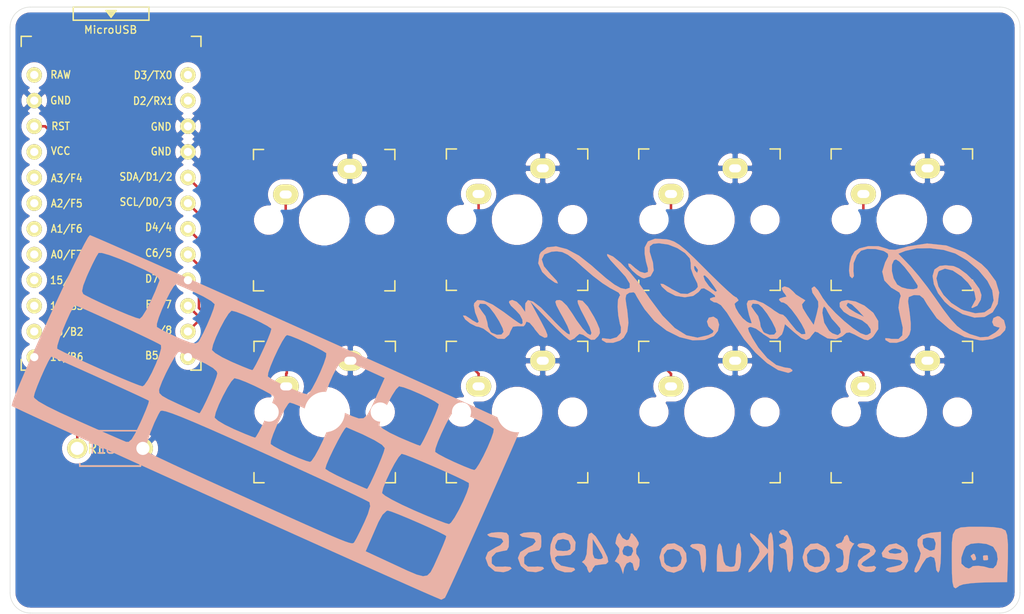
<source format=kicad_pcb>
(kicad_pcb (version 20171130) (host pcbnew "(5.1.0)-1")
  (layers (0 F.Cu signal) (31 B.Cu signal) (34 B.Paste user) (35 F.Paste user) (36 B.SilkS user) (37 F.SilkS user) (38 B.Mask user) (39 F.Mask user) (44 Edge.Cuts user))
  (net 0 "")
  (net 1 "Net-(SW1-Pad2)")
  (net 2 GND)
  (net 3 "Net-(SW2-Pad1)")
  (net 4 "Net-(SW3-Pad1)")
  (net 5 "Net-(SW4-Pad1)")
  (net 6 "Net-(SW5-Pad1)")
  (net 7 "Net-(SW6-Pad1)")
  (net 8 "Net-(SW7-Pad1)")
  (net 9 "Net-(SW8-Pad1)")
  (net 10 "Net-(U1-Pad1)")
  (net 11 "Net-(U1-Pad2)")
  (net 12 "Net-(U1-Pad13)")
  (net 13 "Net-(U1-Pad14)")
  (net 14 "Net-(U1-Pad15)")
  (net 15 "Net-(U1-Pad16)")
  (net 16 "Net-(U1-Pad17)")
  (net 17 "Net-(U1-Pad18)")
  (net 18 "Net-(U1-Pad19)")
  (net 19 "Net-(U1-Pad20)")
  (net 20 VCC)
  (net 21 "Net-(U1-Pad24)")
  (net 22 "Net-(SW9-Pad1)")
  (module meishi:meishikbd (layer B.Cu) (at 90.2 79 180)
    (fp_text reference G*** hide)
    (fp_text value LOGO hide)
  )
  (module kbd:CherryMX_1u (layer F.Cu) (at 71.15 90.1)
    (fp_text reference SW3 hide)
    (fp_text value SW_PUSH hide)
    (pad 1 thru_hole oval (at -3.81 -2.54) (size 2.5 2) (drill oval 1.2 0.8) (layers *.Cu F.SilkS B.Mask) (net 4 "Net-(SW3-Pad1)"))
    (pad 2 thru_hole oval (at 2.54 -5.08) (size 2.5 2) (drill oval 1.2 0.8) (layers *.Cu F.SilkS B.Mask) (net 2 GND))
    (pad "" np_thru_hole circle (at 5.5 0 90) (size 1.9 1.9) (drill 1.9) (layers *.Cu *.Mask))
    (pad "" np_thru_hole circle (at -5.5 0 90) (size 1.9 1.9) (drill 1.9) (layers *.Cu *.Mask))
    (pad "" np_thru_hole circle (at 0 0 90) (size 4 4) (drill 4) (layers *.Cu *.Mask))
  )
  (module kbd:CherryMX_1u (layer F.Cu) (at 90.2 71.05)
    (fp_text reference SW4 hide)
    (fp_text value SW_PUSH hide)
    (pad 1 thru_hole oval (at -3.81 -2.54) (size 2.5 2) (drill oval 1.2 0.8) (layers *.Cu F.SilkS B.Mask) (net 5 "Net-(SW4-Pad1)"))
    (pad 2 thru_hole oval (at 2.54 -5.08) (size 2.5 2) (drill oval 1.2 0.8) (layers *.Cu F.SilkS B.Mask) (net 2 GND))
    (pad "" np_thru_hole circle (at 5.5 0 90) (size 1.9 1.9) (drill 1.9) (layers *.Cu *.Mask))
    (pad "" np_thru_hole circle (at -5.5 0 90) (size 1.9 1.9) (drill 1.9) (layers *.Cu *.Mask))
    (pad "" np_thru_hole circle (at 0 0 90) (size 4 4) (drill 4) (layers *.Cu *.Mask))
  )
  (module kbd:CherryMX_1u (layer F.Cu) (at 90.2 90.1)
    (fp_text reference SW5 hide)
    (fp_text value SW_PUSH hide)
    (pad "" np_thru_hole circle (at 0 0 90) (size 4 4) (drill 4) (layers *.Cu *.Mask))
    (pad "" np_thru_hole circle (at -5.5 0 90) (size 1.9 1.9) (drill 1.9) (layers *.Cu *.Mask))
    (pad "" np_thru_hole circle (at 5.5 0 90) (size 1.9 1.9) (drill 1.9) (layers *.Cu *.Mask))
    (pad 2 thru_hole oval (at 2.54 -5.08) (size 2.5 2) (drill oval 1.2 0.8) (layers *.Cu F.SilkS B.Mask) (net 2 GND))
    (pad 1 thru_hole oval (at -3.81 -2.54) (size 2.5 2) (drill oval 1.2 0.8) (layers *.Cu F.SilkS B.Mask) (net 6 "Net-(SW5-Pad1)"))
  )
  (module kbd:CherryMX_1u (layer F.Cu) (at 109.25 71.05)
    (fp_text reference SW6 hide)
    (fp_text value SW_PUSH hide)
    (pad 1 thru_hole oval (at -3.81 -2.54) (size 2.5 2) (drill oval 1.2 0.8) (layers *.Cu F.SilkS B.Mask) (net 7 "Net-(SW6-Pad1)"))
    (pad 2 thru_hole oval (at 2.54 -5.08) (size 2.5 2) (drill oval 1.2 0.8) (layers *.Cu F.SilkS B.Mask) (net 2 GND))
    (pad "" np_thru_hole circle (at 5.5 0 90) (size 1.9 1.9) (drill 1.9) (layers *.Cu *.Mask))
    (pad "" np_thru_hole circle (at -5.5 0 90) (size 1.9 1.9) (drill 1.9) (layers *.Cu *.Mask))
    (pad "" np_thru_hole circle (at 0 0 90) (size 4 4) (drill 4) (layers *.Cu *.Mask))
  )
  (module kbd:CherryMX_1u (layer F.Cu) (at 109.25 90.1)
    (fp_text reference SW7 hide)
    (fp_text value SW_PUSH hide)
    (pad 1 thru_hole oval (at -3.81 -2.54) (size 2.5 2) (drill oval 1.2 0.8) (layers *.Cu F.SilkS B.Mask) (net 8 "Net-(SW7-Pad1)"))
    (pad 2 thru_hole oval (at 2.54 -5.08) (size 2.5 2) (drill oval 1.2 0.8) (layers *.Cu F.SilkS B.Mask) (net 2 GND))
    (pad "" np_thru_hole circle (at 5.5 0 90) (size 1.9 1.9) (drill 1.9) (layers *.Cu *.Mask))
    (pad "" np_thru_hole circle (at -5.5 0 90) (size 1.9 1.9) (drill 1.9) (layers *.Cu *.Mask))
    (pad "" np_thru_hole circle (at 0 0 90) (size 4 4) (drill 4) (layers *.Cu *.Mask))
  )
  (module kbd:CherryMX_1u (layer F.Cu) (at 128.3 71.05)
    (fp_text reference SW8 hide)
    (fp_text value SW_PUSH hide)
    (pad 1 thru_hole oval (at -3.81 -2.54) (size 2.5 2) (drill oval 1.2 0.8) (layers *.Cu F.SilkS B.Mask) (net 9 "Net-(SW8-Pad1)"))
    (pad 2 thru_hole oval (at 2.54 -5.08) (size 2.5 2) (drill oval 1.2 0.8) (layers *.Cu F.SilkS B.Mask) (net 2 GND))
    (pad "" np_thru_hole circle (at 5.5 0 90) (size 1.9 1.9) (drill 1.9) (layers *.Cu *.Mask))
    (pad "" np_thru_hole circle (at -5.5 0 90) (size 1.9 1.9) (drill 1.9) (layers *.Cu *.Mask))
    (pad "" np_thru_hole circle (at 0 0 90) (size 4 4) (drill 4) (layers *.Cu *.Mask))
  )
  (module kbd:CherryMX_1u (layer F.Cu) (at 128.3 90.1)
    (fp_text reference SW9 hide)
    (fp_text value SW_PUSH hide)
    (pad "" np_thru_hole circle (at 0 0 90) (size 4 4) (drill 4) (layers *.Cu *.Mask))
    (pad "" np_thru_hole circle (at -5.5 0 90) (size 1.9 1.9) (drill 1.9) (layers *.Cu *.Mask))
    (pad "" np_thru_hole circle (at 5.5 0 90) (size 1.9 1.9) (drill 1.9) (layers *.Cu *.Mask))
    (pad 2 thru_hole oval (at 2.54 -5.08) (size 2.5 2) (drill oval 1.2 0.8) (layers *.Cu F.SilkS B.Mask) (net 2 GND))
    (pad 1 thru_hole oval (at -3.81 -2.54) (size 2.5 2) (drill oval 1.2 0.8) (layers *.Cu F.SilkS B.Mask) (net 22 "Net-(SW9-Pad1)"))
  )
  (module kbd:ProMicro_v3 (layer F.Cu) (at 50 71.2)
    (fp_text reference U1 hide)
    (fp_text value ProMicro_r hide)
    (fp_text user MicroUSB (at -0.05 -18.95) (layer F.SilkS) (effects (font (size 0.75 0.75) (thickness 0.12))))
    (fp_text user B4/8 (at 4.705 10.8 unlocked) (layer F.SilkS) (effects (font (size 0.75 0.67) (thickness 0.125))))
    (fp_text user D2/RX1 (at 4.155 -11.9 unlocked) (layer F.SilkS) (effects (font (size 0.75 0.67) (thickness 0.125))))
    (fp_text user B5/9 (at 4.705 13.3 unlocked) (layer F.SilkS) (effects (font (size 0.75 0.67) (thickness 0.125))))
    (fp_text user C6/5 (at 4.705 3.15 unlocked) (layer F.SilkS) (effects (font (size 0.75 0.67) (thickness 0.125))))
    (fp_text user SCL/D0/3 (at 3.455 -1.9 unlocked) (layer F.SilkS) (effects (font (size 0.75 0.67) (thickness 0.125))))
    (fp_text user SDA/D1/2 (at 3.455 -4.4 unlocked) (layer F.SilkS) (effects (font (size 0.75 0.67) (thickness 0.125))))
    (fp_text user D4/4 (at 4.705 0.6 unlocked) (layer F.SilkS) (effects (font (size 0.75 0.67) (thickness 0.125))))
    (fp_text user D3/TX0 (at 4.155 -14.45 unlocked) (layer F.SilkS) (effects (font (size 0.75 0.67) (thickness 0.125))))
    (fp_text user GND (at 4.955 -6.9 unlocked) (layer F.SilkS) (effects (font (size 0.75 0.67) (thickness 0.125))))
    (fp_text user GND (at 4.955 -9.35 unlocked) (layer F.SilkS) (effects (font (size 0.75 0.67) (thickness 0.125))))
    (fp_text user D7/6 (at 4.705 5.7 unlocked) (layer F.SilkS) (effects (font (size 0.75 0.67) (thickness 0.125))))
    (fp_text user E6/7 (at 4.705 8.25 unlocked) (layer F.SilkS) (effects (font (size 0.75 0.67) (thickness 0.125))))
    (fp_text user 16/B2 (at -4.395 10.95 unlocked) (layer F.SilkS) (effects (font (size 0.75 0.67) (thickness 0.125))))
    (fp_text user 10/B6 (at -4.395 13.45 unlocked) (layer F.SilkS) (effects (font (size 0.75 0.67) (thickness 0.125))))
    (fp_text user 14/B3 (at -4.395 8.4 unlocked) (layer F.SilkS) (effects (font (size 0.75 0.67) (thickness 0.125))))
    (fp_text user 15/B1 (at -4.395 5.85 unlocked) (layer F.SilkS) (effects (font (size 0.75 0.67) (thickness 0.125))))
    (fp_text user A0/F7 (at -4.395 3.3 unlocked) (layer F.SilkS) (effects (font (size 0.75 0.67) (thickness 0.125))))
    (fp_text user A1/F6 (at -4.395 0.75 unlocked) (layer F.SilkS) (effects (font (size 0.75 0.67) (thickness 0.125))))
    (fp_text user A2/F5 (at -4.395 -1.75 unlocked) (layer F.SilkS) (effects (font (size 0.75 0.67) (thickness 0.125))))
    (fp_text user A3/F4 (at -4.395 -4.25 unlocked) (layer F.SilkS) (effects (font (size 0.75 0.67) (thickness 0.125))))
    (fp_text user VCC (at -4.995 -6.95 unlocked) (layer F.SilkS) (effects (font (size 0.75 0.67) (thickness 0.125))))
    (fp_text user RST (at -4.995 -9.4 unlocked) (layer F.SilkS) (effects (font (size 0.75 0.67) (thickness 0.125))))
    (fp_text user GND (at -4.995 -11.95 unlocked) (layer F.SilkS) (effects (font (size 0.75 0.67) (thickness 0.125))))
    (fp_text user RAW (at -4.995 -14.5 unlocked) (layer F.SilkS) (effects (font (size 0.75 0.67) (thickness 0.125))))
    (fp_text user "" (at -0.545 -17.4) (layer F.SilkS))
    (fp_text user "" (at -1.2515 -16.256) (layer B.SilkS) (effects (justify mirror)))
    (pad 1 thru_hole circle (at 7.6114 -14.478) (size 1.524 1.524) (drill 0.8128) (layers *.Cu F.SilkS B.Mask) (net 10 "Net-(U1-Pad1)"))
    (pad 2 thru_hole circle (at 7.6114 -11.938) (size 1.524 1.524) (drill 0.8128) (layers *.Cu F.SilkS B.Mask) (net 11 "Net-(U1-Pad2)"))
    (pad 3 thru_hole circle (at 7.6114 -9.398) (size 1.524 1.524) (drill 0.8128) (layers *.Cu F.SilkS B.Mask) (net 2 GND))
    (pad 4 thru_hole circle (at 7.6114 -6.858) (size 1.524 1.524) (drill 0.8128) (layers *.Cu F.SilkS B.Mask) (net 2 GND))
    (pad 5 thru_hole circle (at 7.6114 -4.318) (size 1.524 1.524) (drill 0.8128) (layers *.Cu F.SilkS B.Mask) (net 3 "Net-(SW2-Pad1)"))
    (pad 6 thru_hole circle (at 7.6114 -1.778) (size 1.524 1.524) (drill 0.8128) (layers *.Cu F.SilkS B.Mask) (net 5 "Net-(SW4-Pad1)"))
    (pad 7 thru_hole circle (at 7.6114 0.762) (size 1.524 1.524) (drill 0.8128) (layers *.Cu F.SilkS B.Mask) (net 7 "Net-(SW6-Pad1)"))
    (pad 8 thru_hole circle (at 7.6114 3.302) (size 1.524 1.524) (drill 0.8128) (layers *.Cu F.SilkS B.Mask) (net 9 "Net-(SW8-Pad1)"))
    (pad 9 thru_hole circle (at 7.6114 5.842) (size 1.524 1.524) (drill 0.8128) (layers *.Cu F.SilkS B.Mask) (net 22 "Net-(SW9-Pad1)"))
    (pad 10 thru_hole circle (at 7.6114 8.382) (size 1.524 1.524) (drill 0.8128) (layers *.Cu F.SilkS B.Mask) (net 8 "Net-(SW7-Pad1)"))
    (pad 11 thru_hole circle (at 7.6114 10.922) (size 1.524 1.524) (drill 0.8128) (layers *.Cu F.SilkS B.Mask) (net 6 "Net-(SW5-Pad1)"))
    (pad 12 thru_hole circle (at 7.6114 13.462) (size 1.524 1.524) (drill 0.8128) (layers *.Cu F.SilkS B.Mask) (net 4 "Net-(SW3-Pad1)"))
    (pad 13 thru_hole circle (at -7.6086 13.462) (size 1.524 1.524) (drill 0.8128) (layers *.Cu F.SilkS B.Mask) (net 12 "Net-(U1-Pad13)"))
    (pad 14 thru_hole circle (at -7.6086 10.922) (size 1.524 1.524) (drill 0.8128) (layers *.Cu F.SilkS B.Mask) (net 13 "Net-(U1-Pad14)"))
    (pad 15 thru_hole circle (at -7.6086 8.382) (size 1.524 1.524) (drill 0.8128) (layers *.Cu F.SilkS B.Mask) (net 14 "Net-(U1-Pad15)"))
    (pad 16 thru_hole circle (at -7.6086 5.842) (size 1.524 1.524) (drill 0.8128) (layers *.Cu F.SilkS B.Mask) (net 15 "Net-(U1-Pad16)"))
    (pad 17 thru_hole circle (at -7.6086 3.302) (size 1.524 1.524) (drill 0.8128) (layers *.Cu F.SilkS B.Mask) (net 16 "Net-(U1-Pad17)"))
    (pad 18 thru_hole circle (at -7.6086 0.762) (size 1.524 1.524) (drill 0.8128) (layers *.Cu F.SilkS B.Mask) (net 17 "Net-(U1-Pad18)"))
    (pad 19 thru_hole circle (at -7.6086 -1.778) (size 1.524 1.524) (drill 0.8128) (layers *.Cu F.SilkS B.Mask) (net 18 "Net-(U1-Pad19)"))
    (pad 20 thru_hole circle (at -7.6086 -4.318) (size 1.524 1.524) (drill 0.8128) (layers *.Cu F.SilkS B.Mask) (net 19 "Net-(U1-Pad20)"))
    (pad 21 thru_hole circle (at -7.6086 -6.858) (size 1.524 1.524) (drill 0.8128) (layers *.Cu F.SilkS B.Mask) (net 20 VCC))
    (pad 22 thru_hole circle (at -7.6086 -9.398) (size 1.524 1.524) (drill 0.8128) (layers *.Cu F.SilkS B.Mask) (net 1 "Net-(SW1-Pad2)"))
    (pad 23 thru_hole circle (at -7.6086 -11.938) (size 1.524 1.524) (drill 0.8128) (layers *.Cu F.SilkS B.Mask) (net 2 GND))
    (pad 24 thru_hole circle (at -7.6086 -14.478) (size 1.524 1.524) (drill 0.8128) (layers *.Cu F.SilkS B.Mask) (net 21 "Net-(U1-Pad24)"))
  )
  (module kbd:CherryMX_1u (layer F.Cu) (at 71.1 71.1)
    (fp_text reference SW2 hide)
    (fp_text value SW_PUSH hide)
    (pad "" np_thru_hole circle (at 0 0 90) (size 4 4) (drill 4) (layers *.Cu *.Mask))
    (pad "" np_thru_hole circle (at -5.5 0 90) (size 1.9 1.9) (drill 1.9) (layers *.Cu *.Mask))
    (pad "" np_thru_hole circle (at 5.5 0 90) (size 1.9 1.9) (drill 1.9) (layers *.Cu *.Mask))
    (pad 2 thru_hole oval (at 2.54 -5.08) (size 2.5 2) (drill oval 1.2 0.8) (layers *.Cu F.SilkS B.Mask) (net 2 GND))
    (pad 1 thru_hole oval (at -3.81 -2.54) (size 2.5 2) (drill oval 1.2 0.8) (layers *.Cu F.SilkS B.Mask) (net 3 "Net-(SW2-Pad1)"))
  )
  (module kbd:ResetSW (layer F.Cu) (at 49.9 93.7)
    (fp_text reference SW1 hide)
    (fp_text value SW_Push)
    (fp_text user RESET (at 0.127 0) (layer B.SilkS) (effects (justify mirror)))
    (fp_text user RESET (at 0 0) (layer F.SilkS))
    (pad 1 thru_hole circle (at 3.25 0) (size 2 2) (drill 1.3) (layers *.Cu *.Mask F.SilkS) (net 2 GND))
    (pad 2 thru_hole circle (at -3.25 0) (size 2 2) (drill 1.3) (layers *.Cu *.Mask F.SilkS) (net 1 "Net-(SW1-Pad2)"))
  )
  (gr_arc (start 42 52) (end 42 50) (angle -90) (layer Edge.Cuts) (width 0.05))
  (gr_arc (start 42 108) (end 40 108) (angle -90) (layer Edge.Cuts) (width 0.05))
  (gr_arc (start 138 108) (end 138 110) (angle -90) (layer Edge.Cuts) (width 0.05))
  (gr_arc (start 138 52) (end 140 52) (angle -90) (layer Edge.Cuts) (width 0.05))
  (gr_line (start 140 52) (end 140 108) (layer Edge.Cuts) (width 0.05))
  (gr_line (start 40 52) (end 40 108) (layer Edge.Cuts) (width 0.05))
  (gr_line (start 42 110) (end 138 110) (layer Edge.Cuts) (width 0.05))
  (gr_line (start 42 50) (end 138 50) (layer Edge.Cuts) (width 0.05))
  (segment (start 46.65 92.285787) (end 46.65 93.7) (width 0.25) (layer F.Cu) (net 1))
  (segment (start 46.65 64.98297) (end 46.65 92.285787) (width 0.25) (layer F.Cu) (net 1))
  (segment (start 43.46903 61.802) (end 46.65 64.98297) (width 0.25) (layer F.Cu) (net 1))
  (segment (start 42.3914 61.802) (end 43.46903 61.802) (width 0.25) (layer F.Cu) (net 1))
  (segment (start 58.373399 67.643999) (end 57.6114 66.882) (width 0.25) (layer F.Cu) (net 3))
  (segment (start 67.29 68.56) (end 67.29 78.05997) (width 0.25) (layer F.Cu) (net 3))
  (segment (start 67 78.34997) (end 60.54997 78.34997) (width 0.25) (layer F.Cu) (net 3))
  (segment (start 60.54997 78.34997) (end 60.50473 78.30473) (width 0.25) (layer F.Cu) (net 3))
  (segment (start 60.50473 78.30473) (end 60.50473 69.77533) (width 0.25) (layer F.Cu) (net 3))
  (segment (start 67.29 78.05997) (end 67 78.34997) (width 0.25) (layer F.Cu) (net 3))
  (segment (start 60.50473 69.77533) (end 58.373399 67.643999) (width 0.25) (layer F.Cu) (net 3))
  (segment (start 67.34 86.31) (end 67.4 86.25) (width 0.25) (layer F.Cu) (net 4))
  (segment (start 67.34 87.56) (end 67.34 86.31) (width 0.25) (layer F.Cu) (net 4))
  (segment (start 67.4 81.6) (end 67.30004 81.50004) (width 0.25) (layer F.Cu) (net 4))
  (segment (start 67.4 86.25) (end 67.4 81.6) (width 0.25) (layer F.Cu) (net 4))
  (segment (start 59.59996 81.50004) (end 59.1 82) (width 0.25) (layer F.Cu) (net 4))
  (segment (start 67.30004 81.50004) (end 59.59996 81.50004) (width 0.25) (layer F.Cu) (net 4))
  (segment (start 59.1 83.1734) (end 57.6114 84.662) (width 0.25) (layer F.Cu) (net 4))
  (segment (start 59.1 82) (end 59.1 83.1734) (width 0.25) (layer F.Cu) (net 4))
  (segment (start 58.373399 70.183999) (end 57.6114 69.422) (width 0.25) (layer F.Cu) (net 5))
  (segment (start 60.05472 71.86532) (end 58.373399 70.183999) (width 0.25) (layer F.Cu) (net 5))
  (segment (start 60.05472 78.31231) (end 60.05472 71.86532) (width 0.25) (layer F.Cu) (net 5))
  (segment (start 86.39 68.51) (end 86.39 78.20998) (width 0.25) (layer F.Cu) (net 5))
  (segment (start 86.39 78.20998) (end 85.8 78.79998) (width 0.25) (layer F.Cu) (net 5))
  (segment (start 85.8 78.79998) (end 60.09998 78.79998) (width 0.25) (layer F.Cu) (net 5))
  (segment (start 60.09998 78.79998) (end 60.05003 78.75003) (width 0.25) (layer F.Cu) (net 5))
  (segment (start 60.05003 78.75003) (end 60.05003 78.317) (width 0.25) (layer F.Cu) (net 5))
  (segment (start 60.05003 78.317) (end 60.05472 78.31231) (width 0.25) (layer F.Cu) (net 5))
  (segment (start 86.39 87.56) (end 86.39 86.31) (width 0.25) (layer F.Cu) (net 6))
  (segment (start 86.39 86.31) (end 81.4 81.32) (width 0.25) (layer F.Cu) (net 6))
  (segment (start 81.32 81.32) (end 81.05003 81.05003) (width 0.25) (layer F.Cu) (net 6))
  (segment (start 81.4 81.32) (end 81.32 81.32) (width 0.25) (layer F.Cu) (net 6))
  (segment (start 58.68337 81.05003) (end 57.6114 82.122) (width 0.25) (layer F.Cu) (net 6))
  (segment (start 81.05003 81.05003) (end 58.68337 81.05003) (width 0.25) (layer F.Cu) (net 6))
  (segment (start 58.3247 72.6753) (end 57.6114 71.962) (width 0.25) (layer F.Cu) (net 7))
  (segment (start 59.60471 73.95531) (end 58.3247 72.6753) (width 0.25) (layer F.Cu) (net 7))
  (segment (start 59.60471 78.12591) (end 59.60471 73.95531) (width 0.25) (layer F.Cu) (net 7))
  (segment (start 105.44 68.51) (end 105.44 78.76) (width 0.25) (layer F.Cu) (net 7))
  (segment (start 105.44 78.76) (end 104.95001 79.24999) (width 0.25) (layer F.Cu) (net 7))
  (segment (start 104.95001 79.24999) (end 59.84999 79.24999) (width 0.25) (layer F.Cu) (net 7))
  (segment (start 59.84999 79.24999) (end 59.60002 79.00002) (width 0.25) (layer F.Cu) (net 7))
  (segment (start 59.60002 79.00002) (end 59.60002 78.1306) (width 0.25) (layer F.Cu) (net 7))
  (segment (start 59.60002 78.1306) (end 59.60471 78.12591) (width 0.25) (layer F.Cu) (net 7))
  (segment (start 105.44 86.31) (end 99.73002 80.60002) (width 0.25) (layer F.Cu) (net 8))
  (segment (start 105.44 87.56) (end 105.44 86.31) (width 0.25) (layer F.Cu) (net 8))
  (segment (start 58.62942 80.60002) (end 57.6114 79.582) (width 0.25) (layer F.Cu) (net 8))
  (segment (start 99.73002 80.60002) (end 58.62942 80.60002) (width 0.25) (layer F.Cu) (net 8))
  (segment (start 60.5 79.7) (end 59.5 79.7) (width 0.25) (layer F.Cu) (net 9))
  (segment (start 124.49 78.41) (end 123.2 79.7) (width 0.25) (layer F.Cu) (net 9))
  (segment (start 124.49 68.51) (end 124.49 78.41) (width 0.25) (layer F.Cu) (net 9))
  (segment (start 59.1547 77.93951) (end 59.1547 76.0453) (width 0.25) (layer F.Cu) (net 9))
  (segment (start 59.1547 76.0453) (end 58.373399 75.263999) (width 0.25) (layer F.Cu) (net 9))
  (segment (start 58.373399 75.263999) (end 57.6114 74.502) (width 0.25) (layer F.Cu) (net 9))
  (segment (start 59.15001 77.9442) (end 59.1547 77.93951) (width 0.25) (layer F.Cu) (net 9))
  (segment (start 59.40002 79.7) (end 59.15001 79.44999) (width 0.25) (layer F.Cu) (net 9))
  (segment (start 60.9 79.7) (end 59.40002 79.7) (width 0.25) (layer F.Cu) (net 9))
  (segment (start 59.15001 79.44999) (end 59.15001 77.9442) (width 0.25) (layer F.Cu) (net 9))
  (segment (start 60.9 79.7) (end 60.5 79.7) (width 0.25) (layer F.Cu) (net 9))
  (segment (start 123.2 79.7) (end 60.9 79.7) (width 0.25) (layer F.Cu) (net 9))
  (segment (start 58.7 78.1306) (end 57.6114 77.042) (width 0.25) (layer F.Cu) (net 22))
  (segment (start 58.7 79.8) (end 58.7 78.1306) (width 0.25) (layer F.Cu) (net 22))
  (segment (start 59.05001 80.15001) (end 58.7 79.8) (width 0.25) (layer F.Cu) (net 22))
  (segment (start 118.33001 80.15001) (end 59.05001 80.15001) (width 0.25) (layer F.Cu) (net 22))
  (segment (start 124.49 86.31) (end 118.33001 80.15001) (width 0.25) (layer F.Cu) (net 22))
  (segment (start 124.49 87.56) (end 124.49 86.31) (width 0.25) (layer F.Cu) (net 22))
  (zone (net 2) (net_name GND) (layer F.Cu) (connect_pads (clearance 0.508)) (min_thickness 0.254) (fill yes (arc_segments 32) (thermal_gap 0.508) (thermal_bridge_width 0.508))
    (polygon (pts (xy 140.2 49.5) (xy 39 49.5) (xy 39.3 110.1) (xy 140.3 110.1)))
  )
  (zone (net 2) (net_name GND) (layer B.Cu) (connect_pads (clearance 0.508)) (min_thickness 0.254) (fill yes (arc_segments 32) (thermal_gap 0.508) (thermal_bridge_width 0.508))
    (polygon (pts (xy 140.2 49.4) (xy 39.1 49.3) (xy 39.2 110) (xy 140.4 109.9)))
  )
)
</source>
